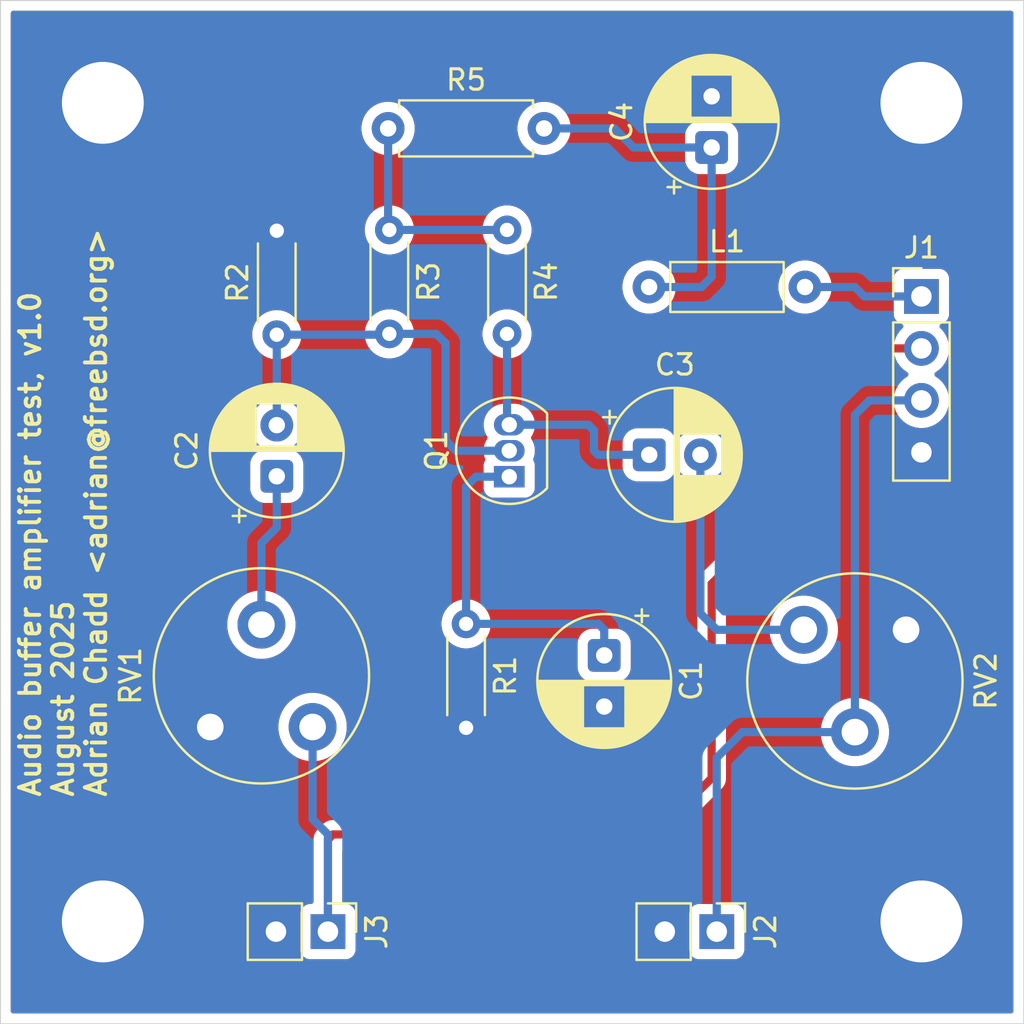
<source format=kicad_pcb>
(kicad_pcb (version 20241229) (generator "pcbnew") (generator_version "9.0")
  (layers (0 "F.Cu" signal) (2 "B.Cu" signal) (13 "F.Paste" user) (15 "B.Paste" user) (5 "F.SilkS" user "F.Silkscreen") (7 "B.SilkS" user "B.Silkscreen") (1 "F.Mask" user) (3 "B.Mask" user) (25 "Edge.Cuts" user))
  (net 0 "")
  (net 1 "Net-(Q1-E)")
  (net 2 "GND")
  (net 3 "Net-(C2-Pad1)")
  (net 4 "Net-(Q1-B)")
  (net 5 "Net-(Q1-C)")
  (net 6 "Net-(C3-Pad2)")
  (net 7 "Net-(C4-Pad1)")
  (net 8 "INPUT")
  (net 9 "+8V")
  (net 10 "OUTPUT")
  (net 11 "Net-(R3-Pad1)")
  (footprint "Resistor_THT:R_Axial_DIN0204_L3.6mm_D1.6mm_P5.08mm_Horizontal" (layer "F.Cu") (at 44 36.21 -90)
    (property "Reference" "R3" (at 2.54 -1.92 90) (layer "F.SilkS"))
    (property "Value" "22k")
    (pad "1" thru_hole circle (at 0 0 270) (size 1.4 1.4) (drill 0.7) (layers "*.Cu" "*.Mask") (net 11 "Net-(R3-Pad1)"))
    (pad "2" thru_hole circle (at 5.08 0 270) (size 1.4 1.4) (drill 0.7) (layers "*.Cu" "*.Mask") (net 4 "Net-(Q1-B)"))
  )
  (footprint "Connector_PinHeader_2.54mm:PinHeader_1x02_P2.54mm_Vertical" (layer "F.Cu") (at 41 70.5 -90)
    (property "Reference" "J3" (at 0 -2.38 90) (layer "F.SilkS"))
    (property "Value" "INPUT")
    (pad "1" thru_hole rect (at 0 0 270) (size 1.7 1.7) (drill 1) (layers "*.Cu" "*.Mask") (net 8 "INPUT"))
    (pad "2" thru_hole circle (at 0 2.54 270) (size 1.7 1.7) (drill 1) (layers "*.Cu" "*.Mask") (net 2 "GND"))
  )
  (footprint "Capacitor_THT:CP_Radial_D6.3mm_P2.50mm" (layer "F.Cu") (at 38.5 48.25 90)
    (property "Reference" "C2" (at 1.25 -4.4 90) (layer "F.SilkS"))
    (property "Value" "0.47u")
    (pad "1" thru_hole roundrect (at 0 0 90) (size 1.6 1.6) (drill 0.8) (layers "*.Cu" "*.Mask") (roundrect_rratio 0.15625) (net 3 "Net-(C2-Pad1)"))
    (pad "2" thru_hole circle (at 2.5 0 90) (size 1.6 1.6) (drill 0.8) (layers "*.Cu" "*.Mask") (net 4 "Net-(Q1-B)"))
  )
  (footprint "Capacitor_THT:CP_Radial_D6.3mm_P2.50mm" (layer "F.Cu") (at 54.5 57 -90)
    (property "Reference" "C1" (at 1.25 -4.25 90) (layer "F.SilkS"))
    (property "Value" "47u")
    (pad "1" thru_hole roundrect (at 0 0 270) (size 1.6 1.6) (drill 0.8) (layers "*.Cu" "*.Mask") (roundrect_rratio 0.15625) (net 1 "Net-(Q1-E)"))
    (pad "2" thru_hole circle (at 2.5 0 270) (size 1.6 1.6) (drill 0.8) (layers "*.Cu" "*.Mask") (net 2 "GND"))
  )
  (footprint "Capacitor_THT:CP_Radial_D6.3mm_P2.50mm" (layer "F.Cu") (at 59.75 32.18238 90)
    (property "Reference" "C4" (at 1.25 -4.4 90) (layer "F.SilkS"))
    (property "Value" "47u")
    (pad "1" thru_hole roundrect (at 0 0 90) (size 1.6 1.6) (drill 0.8) (layers "*.Cu" "*.Mask") (roundrect_rratio 0.15625) (net 7 "Net-(C4-Pad1)"))
    (pad "2" thru_hole circle (at 2.5 0 90) (size 1.6 1.6) (drill 0.8) (layers "*.Cu" "*.Mask") (net 2 "GND"))
  )
  (footprint "Capacitor_THT:CP_Radial_D6.3mm_P2.50mm" (layer "F.Cu") (at 56.7 47.199999)
    (property "Reference" "C3" (at 1.25 -4.4 0) (layer "F.SilkS"))
    (property "Value" "1u")
    (pad "1" thru_hole roundrect (at 0 0) (size 1.6 1.6) (drill 0.8) (layers "*.Cu" "*.Mask") (roundrect_rratio 0.15625) (net 5 "Net-(Q1-C)"))
    (pad "2" thru_hole circle (at 2.5 0) (size 1.6 1.6) (drill 0.8) (layers "*.Cu" "*.Mask") (net 6 "Net-(C3-Pad2)"))
  )
  (footprint "Potentiometer_THT:Potentiometer_Piher_PT-10-V05_Vertical" (layer "F.Cu") (at 40.25 60.5 90)
    (property "Reference" "RV1" (at 2.5 -8.9 90) (layer "F.SilkS"))
    (property "Value" "10k")
    (pad "1" thru_hole circle (at 0 0 90) (size 2.34 2.34) (drill 1.3) (layers "*.Cu" "*.Mask") (net 8 "INPUT"))
    (pad "2" thru_hole circle (at 5 -2.5 90) (size 2.34 2.34) (drill 1.3) (layers "*.Cu" "*.Mask") (net 3 "Net-(C2-Pad1)"))
    (pad "3" thru_hole circle (at 0 -5 90) (size 2.34 2.34) (drill 1.3) (layers "*.Cu" "*.Mask") (net 2 "GND"))
  )
  (footprint "Inductor_THT:L_Axial_L5.3mm_D2.2mm_P7.62mm_Horizontal_Vishay_IM-1" (layer "F.Cu") (at 56.69 39)
    (property "Reference" "L1" (at 3.81 -2.22 0) (layer "F.SilkS"))
    (property "Value" "100u")
    (pad "1" thru_hole circle (at 0 0) (size 1.6 1.6) (drill 0.8) (layers "*.Cu" "*.Mask") (net 7 "Net-(C4-Pad1)"))
    (pad "2" thru_hole circle (at 7.62 0) (size 1.6 1.6) (drill 0.8) (layers "*.Cu" "*.Mask") (net 9 "+8V"))
  )
  (footprint "Resistor_THT:R_Axial_DIN0204_L3.6mm_D1.6mm_P5.08mm_Horizontal" (layer "F.Cu") (at 38.5 41.33 90)
    (property "Reference" "R2" (at 2.54 -1.92 90) (layer "F.SilkS"))
    (property "Value" "5.6k")
    (pad "1" thru_hole circle (at 0 0 90) (size 1.4 1.4) (drill 0.7) (layers "*.Cu" "*.Mask") (net 4 "Net-(Q1-B)"))
    (pad "2" thru_hole circle (at 5.08 0 90) (size 1.4 1.4) (drill 0.7) (layers "*.Cu" "*.Mask") (net 2 "GND"))
  )
  (footprint "Resistor_THT:R_Axial_DIN0204_L3.6mm_D1.6mm_P5.08mm_Horizontal" (layer "F.Cu") (at 49.75 36.21 -90)
    (property "Reference" "R4" (at 2.54 -1.92 90) (layer "F.SilkS"))
    (property "Value" "2.2k")
    (pad "1" thru_hole circle (at 0 0 270) (size 1.4 1.4) (drill 0.7) (layers "*.Cu" "*.Mask") (net 11 "Net-(R3-Pad1)"))
    (pad "2" thru_hole circle (at 5.08 0 270) (size 1.4 1.4) (drill 0.7) (layers "*.Cu" "*.Mask") (net 5 "Net-(Q1-C)"))
  )
  (footprint "Resistor_THT:R_Axial_DIN0204_L3.6mm_D1.6mm_P5.08mm_Horizontal" (layer "F.Cu") (at 47.75 55.46 -90)
    (property "Reference" "R1" (at 2.54 -1.92 90) (layer "F.SilkS"))
    (property "Value" "820")
    (pad "1" thru_hole circle (at 0 0 270) (size 1.4 1.4) (drill 0.7) (layers "*.Cu" "*.Mask") (net 1 "Net-(Q1-E)"))
    (pad "2" thru_hole circle (at 5.08 0 270) (size 1.4 1.4) (drill 0.7) (layers "*.Cu" "*.Mask") (net 2 "GND"))
  )
  (footprint "Potentiometer_THT:Potentiometer_Piher_PT-10-V05_Vertical" (layer "F.Cu") (at 64.25 55.75 -90)
    (property "Reference" "RV2" (at 2.5 -8.9 90) (layer "F.SilkS"))
    (property "Value" "10k")
    (pad "1" thru_hole circle (at 0 0 270) (size 2.34 2.34) (drill 1.3) (layers "*.Cu" "*.Mask") (net 6 "Net-(C3-Pad2)"))
    (pad "2" thru_hole circle (at 5 -2.5 270) (size 2.34 2.34) (drill 1.3) (layers "*.Cu" "*.Mask") (net 10 "OUTPUT"))
    (pad "3" thru_hole circle (at 0 -5 270) (size 2.34 2.34) (drill 1.3) (layers "*.Cu" "*.Mask") (net 2 "GND"))
  )
  (footprint "Resistor_THT:R_Axial_DIN0207_L6.3mm_D2.5mm_P7.62mm_Horizontal" (layer "F.Cu") (at 43.94 31.25)
    (property "Reference" "R5" (at 3.81 -2.37 0) (layer "F.SilkS"))
    (property "Value" "100")
    (pad "1" thru_hole circle (at 0 0) (size 1.6 1.6) (drill 0.8) (layers "*.Cu" "*.Mask") (net 11 "Net-(R3-Pad1)"))
    (pad "2" thru_hole circle (at 7.62 0) (size 1.6 1.6) (drill 0.8) (layers "*.Cu" "*.Mask") (net 7 "Net-(C4-Pad1)"))
  )
  (footprint "Connector_PinHeader_2.54mm:PinHeader_1x02_P2.54mm_Vertical" (layer "F.Cu") (at 60 70.5 -90)
    (property "Reference" "J2" (at 0 -2.38 90) (layer "F.SilkS"))
    (property "Value" "OUTPUT")
    (pad "1" thru_hole rect (at 0 0 270) (size 1.7 1.7) (drill 1) (layers "*.Cu" "*.Mask") (net 10 "OUTPUT"))
    (pad "2" thru_hole circle (at 0 2.54 270) (size 1.7 1.7) (drill 1) (layers "*.Cu" "*.Mask") (net 2 "GND"))
  )
  (footprint "Package_TO_SOT_THT:TO-92_Inline" (layer "F.Cu") (at 49.86 48.27 90)
    (property "Reference" "Q1" (at 1.27 -3.56 90) (layer "F.SilkS"))
    (property "Value" "2N3904")
    (pad "1" thru_hole rect (at 0 0 90) (size 1.05 1.5) (drill 0.75) (layers "*.Cu" "*.Mask") (net 1 "Net-(Q1-E)"))
    (pad "2" thru_hole oval (at 1.27 0 90) (size 1.05 1.5) (drill 0.75) (layers "*.Cu" "*.Mask") (net 4 "Net-(Q1-B)"))
    (pad "3" thru_hole oval (at 2.54 0 90) (size 1.05 1.5) (drill 0.75) (layers "*.Cu" "*.Mask") (net 5 "Net-(Q1-C)"))
  )
  (footprint "Connector_PinHeader_2.54mm:PinHeader_1x04_P2.54mm_Vertical" (layer "F.Cu") (at 70 39.46)
    (property "Reference" "J1" (at 0 -2.38 0) (layer "F.SilkS"))
    (property "Value" "PWR INOUT")
    (pad "1" thru_hole rect (at 0 0) (size 1.7 1.7) (drill 1) (layers "*.Cu" "*.Mask") (net 9 "+8V"))
    (pad "2" thru_hole circle (at 0 2.54) (size 1.7 1.7) (drill 1) (layers "*.Cu" "*.Mask") (net 8 "INPUT"))
    (pad "3" thru_hole circle (at 0 5.08) (size 1.7 1.7) (drill 1) (layers "*.Cu" "*.Mask") (net 10 "OUTPUT"))
    (pad "4" thru_hole circle (at 0 7.62) (size 1.7 1.7) (drill 1) (layers "*.Cu" "*.Mask") (net 2 "GND"))
  )
  (gr_line (start 75 25) (end 75 75) (stroke (width 0.05)) (layer "Edge.Cuts"))
  (gr_line (start 25 25) (end 75 25) (stroke (width 0.05)) (layer "Edge.Cuts"))
  (gr_line (start 75 75) (end 25 75) (stroke (width 0.05)) (layer "Edge.Cuts"))
  (gr_line (start 25 25) (end 25 75) (stroke (width 0.05)) (layer "Edge.Cuts"))
  (gr_text "Audio buffer amplifier test, v1.0\nAugust 2025\nAdrian Chadd <adrian@freebsd.org>" (at 30.25 64 90) (layer "F.SilkS") (effects (font (size 1 1) (thickness 0.1875)) (justify left bottom)))
  (segment (start 54.5 55.75) (end 54.5 57) (width 0.4) (layer "B.Cu") (net 1))
  (segment (start 54.21 55.46) (end 54.5 55.75) (width 0.4) (layer "B.Cu") (net 1))
  (segment (start 48.23 48.27) (end 47.75 48.75) (width 0.4) (layer "B.Cu") (net 1))
  (segment (start 47.75 55.46) (end 54.21 55.46) (width 0.4) (layer "B.Cu") (net 1))
  (segment (start 49.86 48.27) (end 48.23 48.27) (width 0.4) (layer "B.Cu") (net 1))
  (segment (start 47.75 48.75) (end 47.75 55.46) (width 0.4) (layer "B.Cu") (net 1))
  (via (at 30 30) (size 8) (drill 4) (layers "F.Cu" "B.Cu") (net 2))
  (via (at 70 70) (size 8) (drill 4) (layers "F.Cu" "B.Cu") (net 2))
  (via (at 70 30) (size 8) (drill 4) (layers "F.Cu" "B.Cu") (net 2))
  (via (at 30 70) (size 8) (drill 4) (layers "F.Cu" "B.Cu") (net 2))
  (segment (start 38.5 48.25) (end 38.5 50.75) (width 0.4) (layer "B.Cu") (net 3))
  (segment (start 37.75 51.5) (end 37.75 55.5) (width 0.4) (layer "B.Cu") (net 3))
  (segment (start 38.5 50.75) (end 37.75 51.5) (width 0.4) (layer "B.Cu") (net 3))
  (segment (start 46.75 41.75) (end 46.75 46.5) (width 0.4) (layer "B.Cu") (net 4))
  (segment (start 46.75 46.5) (end 47.25 47) (width 0.4) (layer "B.Cu") (net 4))
  (segment (start 38.5 41.33) (end 38.5 45.75) (width 0.4) (layer "B.Cu") (net 4))
  (segment (start 46.29 41.29) (end 46.75 41.75) (width 0.4) (layer "B.Cu") (net 4))
  (segment (start 43.96 41.33) (end 44 41.29) (width 0.4) (layer "B.Cu") (net 4))
  (segment (start 47.25 47) (end 49.86 47) (width 0.4) (layer "B.Cu") (net 4))
  (segment (start 44 41.29) (end 46.29 41.29) (width 0.4) (layer "B.Cu") (net 4))
  (segment (start 38.5 41.33) (end 43.96 41.33) (width 0.4) (layer "B.Cu") (net 4))
  (segment (start 54.199999 47.199999) (end 56.7 47.199999) (width 0.4) (layer "B.Cu") (net 5))
  (segment (start 54 47) (end 54.199999 47.199999) (width 0.4) (layer "B.Cu") (net 5))
  (segment (start 49.75 45.62) (end 49.86 45.73) (width 0.4) (layer "B.Cu") (net 5))
  (segment (start 49.86 45.73) (end 53.73 45.73) (width 0.4) (layer "B.Cu") (net 5))
  (segment (start 49.75 41.29) (end 49.75 45.62) (width 0.4) (layer "B.Cu") (net 5))
  (segment (start 53.73 45.73) (end 54 46) (width 0.4) (layer "B.Cu") (net 5))
  (segment (start 54 46) (end 54 47) (width 0.4) (layer "B.Cu") (net 5))
  (segment (start 59.2 47.199999) (end 59.2 54.95) (width 0.4) (layer "B.Cu") (net 6))
  (segment (start 59.2 54.95) (end 60 55.75) (width 0.4) (layer "B.Cu") (net 6))
  (segment (start 60 55.75) (end 64.25 55.75) (width 0.4) (layer "B.Cu") (net 6))
  (segment (start 59.25 39) (end 56.69 39) (width 0.4) (layer "B.Cu") (net 7))
  (segment (start 59.75 32.18238) (end 55.93238 32.18238) (width 0.4) (layer "B.Cu") (net 7))
  (segment (start 59.75 32.18238) (end 59.75 38.5) (width 0.4) (layer "B.Cu") (net 7))
  (segment (start 55.93238 32.18238) (end 55 31.25) (width 0.4) (layer "B.Cu") (net 7))
  (segment (start 59.75 38.5) (end 59.25 39) (width 0.4) (layer "B.Cu") (net 7))
  (segment (start 55 31.25) (end 51.56 31.25) (width 0.4) (layer "B.Cu") (net 7))
  (segment (start 59.75 63) (end 57 65.75) (width 0.4) (layer "F.Cu") (net 8))
  (segment (start 66.75 42) (end 64.75 44) (width 0.4) (layer "F.Cu") (net 8))
  (segment (start 63.75 52) (end 61.25 52) (width 0.4) (layer "F.Cu") (net 8))
  (segment (start 41 66) (end 41 70.5) (width 0.4) (layer "F.Cu") (net 8))
  (segment (start 41.25 65.75) (end 41 66) (width 0.4) (layer "F.Cu") (net 8))
  (segment (start 57 65.75) (end 41.25 65.75) (width 0.4) (layer "F.Cu") (net 8))
  (segment (start 70 42) (end 66.75 42) (width 0.4) (layer "F.Cu") (net 8))
  (segment (start 61.25 52) (end 59.75 53.5) (width 0.4) (layer "F.Cu") (net 8))
  (segment (start 59.75 53.5) (end 59.75 63) (width 0.4) (layer "F.Cu") (net 8))
  (segment (start 64.75 44) (end 64.75 51) (width 0.4) (layer "F.Cu") (net 8))
  (segment (start 64.75 51) (end 63.75 52) (width 0.4) (layer "F.Cu") (net 8))
  (segment (start 40.25 60.5) (end 40.25 65) (width 0.4) (layer "B.Cu") (net 8))
  (segment (start 40.25 65) (end 41 65.75) (width 0.4) (layer "B.Cu") (net 8))
  (segment (start 41 65.75) (end 41 70.5) (width 0.4) (layer "B.Cu") (net 8))
  (segment (start 67.21 39.46) (end 66.75 39) (width 0.4) (layer "B.Cu") (net 9))
  (segment (start 70 39.46) (end 67.21 39.46) (width 0.4) (layer "B.Cu") (net 9))
  (segment (start 66.75 39) (end 64.31 39) (width 0.4) (layer "B.Cu") (net 9))
  (segment (start 61.25 60.75) (end 60 62) (width 0.4) (layer "B.Cu") (net 10))
  (segment (start 66.75 45.25) (end 66.75 60.75) (width 0.4) (layer "B.Cu") (net 10))
  (segment (start 60 62) (end 60 70.5) (width 0.4) (layer "B.Cu") (net 10))
  (segment (start 66.75 60.75) (end 61.25 60.75) (width 0.4) (layer "B.Cu") (net 10))
  (segment (start 67.46 44.54) (end 66.75 45.25) (width 0.4) (layer "B.Cu") (net 10))
  (segment (start 70 44.54) (end 67.46 44.54) (width 0.4) (layer "B.Cu") (net 10))
  (segment (start 44 36.21) (end 49.75 36.21) (width 0.4) (layer "B.Cu") (net 11))
  (segment (start 43.94 36.15) (end 44 36.21) (width 0.4) (layer "B.Cu") (net 11))
  (segment (start 43.94 31.25) (end 43.94 36.15) (width 0.4) (layer "B.Cu") (net 11))
  (zone (net 2) (net_name "GND") (layer "F.Cu") (priority 1) (connect_pads yes (clearance 0.5)) (min_thickness 0.25) (fill yes (thermal_gap 0.5) (thermal_bridge_width 0.5))
    (polygon (pts (xy 25.25 25.25) (xy 74.75 25.25) (xy 74.75 74.75) (xy 25.25 74.75)))
  )
  (zone (net 2) (net_name "GND") (layer "B.Cu") (connect_pads yes (clearance 0.5)) (min_thickness 0.25) (fill yes (thermal_gap 0.5) (thermal_bridge_width 0.5))
    (polygon (pts (xy 25.25 25.25) (xy 74.75 25.25) (xy 74.75 74.75) (xy 25.25 74.75)))
  )
)
</source>
